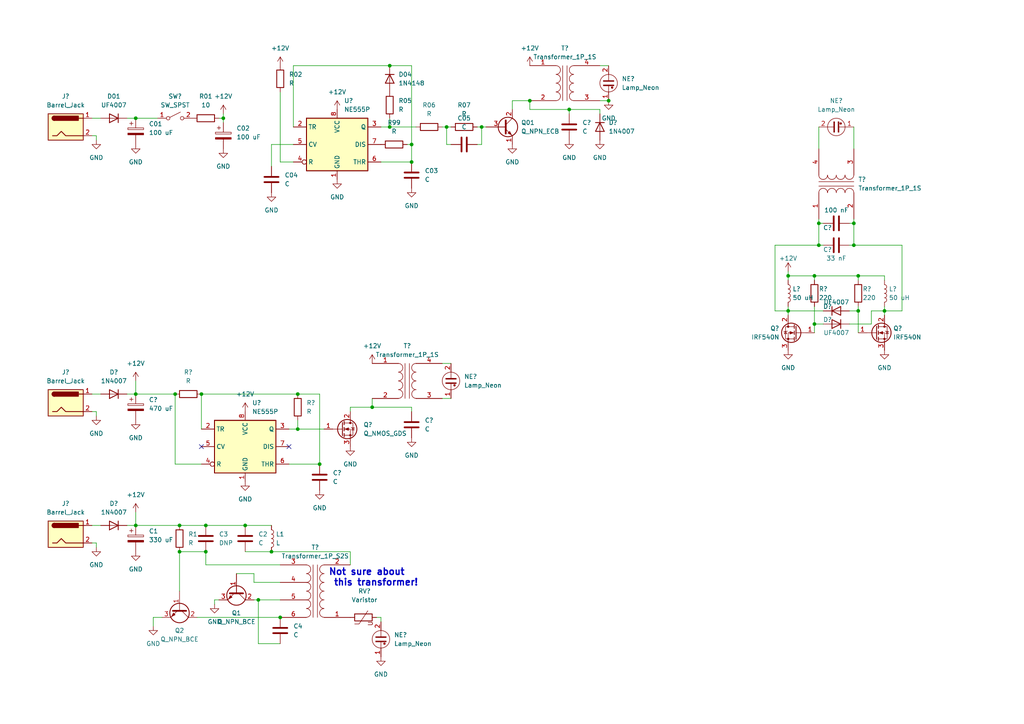
<source format=kicad_sch>
(kicad_sch (version 20211123) (generator eeschema)
  (paper "A4")
  (lib_symbols
    (symbol "Connector:Barrel_Jack" (pin_names (offset 1.016))
      (property "Reference" "J" (at 0 5.334 0))
      (property "Value" "Barrel_Jack" (at 0 -5.08 0))
      (symbol "Barrel_Jack_0_1"
        (rectangle (start -5.08 3.81) (end 5.08 -3.81) (stroke (width 0.254)) (fill (type background)))
        (arc (start -3.302 3.175) (mid -3.937 2.54) (end -3.302 1.905) (stroke (width 0.254)))
        (arc (start -3.302 3.175) (mid -3.937 2.54) (end -3.302 1.905) (stroke (width 0.254)) (fill (type outline)))
        (polyline (pts (xy 5.08 2.54) (xy 3.81 2.54)) (stroke (width 0.254)))
        (polyline (pts (xy -3.81 -2.54) (xy -2.54 -2.54) (xy -1.27 -1.27) (xy 0 -2.54) (xy 2.54 -2.54) (xy 5.08 -2.54)) (stroke (width 0.254)))
        (rectangle (start 3.683 3.175) (end -3.302 1.905) (stroke (width 0.254)) (fill (type outline)))
      )
      (symbol "Barrel_Jack_1_1"
        (pin passive line (at 7.62 2.54 180) (length 2.54) (name "~") (number "1"))
        (pin passive line (at 7.62 -2.54 180) (length 2.54) (name "~") (number "2"))
      )
    )
    (symbol "Device:C" (pin_numbers hide) (pin_names (offset 0.254))
      (property "Reference" "C" (at 0.635 2.54 0))
      (property "Value" "C" (at 0.635 -2.54 0))
      (symbol "C_0_1"
        (polyline (pts (xy -2.032 -0.762) (xy 2.032 -0.762)) (stroke (width 0.508)))
        (polyline (pts (xy -2.032 0.762) (xy 2.032 0.762)) (stroke (width 0.508)))
      )
      (symbol "C_1_1"
        (pin passive line (at 0 3.81 270) (length 2.794) (name "~") (number "1"))
        (pin passive line (at 0 -3.81 90) (length 2.794) (name "~") (number "2"))
      )
    )
    (symbol "Device:C_Polarized" (pin_numbers hide) (pin_names (offset 0.254))
      (property "Reference" "C" (at 0.635 2.54 0))
      (property "Value" "C_Polarized" (at 0.635 -2.54 0))
      (symbol "C_Polarized_0_1"
        (rectangle (start -2.286 0.508) (end 2.286 1.016))
        (polyline (pts (xy -1.778 2.286) (xy -0.762 2.286)))
        (polyline (pts (xy -1.27 2.794) (xy -1.27 1.778)))
        (rectangle (start 2.286 -0.508) (end -2.286 -1.016) (fill (type outline)))
      )
      (symbol "C_Polarized_1_1"
        (pin passive line (at 0 3.81 270) (length 2.794) (name "~") (number "1"))
        (pin passive line (at 0 -3.81 90) (length 2.794) (name "~") (number "2"))
      )
    )
    (symbol "Device:L" (pin_numbers hide) (pin_names (offset 1.016) hide)
      (property "Reference" "L" (at -1.27 0 90))
      (property "Value" "L" (at 1.905 0 90))
      (symbol "L_0_1"
        (arc (start 0 -2.54) (mid 0.635 -1.905) (end 0 -1.27))
        (arc (start 0 -1.27) (mid 0.635 -0.635) (end 0 0))
        (arc (start 0 0) (mid 0.635 0.635) (end 0 1.27))
        (arc (start 0 1.27) (mid 0.635 1.905) (end 0 2.54))
      )
      (symbol "L_1_1"
        (pin passive line (at 0 3.81 270) (length 1.27) (name "1") (number "1"))
        (pin passive line (at 0 -3.81 90) (length 1.27) (name "2") (number "2"))
      )
    )
    (symbol "Device:Lamp_Neon" (pin_names (offset 0.0254) hide)
      (property "Reference" "NE" (at 0.635 3.81 0))
      (property "Value" "Lamp_Neon" (at 0.635 -3.81 0))
      (symbol "Lamp_Neon_0_1"
        (rectangle (start -1.524 -0.508) (end 1.524 -0.762) (fill (type outline)))
        (rectangle (start -1.524 0.762) (end 1.524 0.508) (fill (type outline)))
        (polyline (pts (xy 0 -2.54) (xy 0 -0.762)))
        (polyline (pts (xy 0 0.762) (xy 0 2.54)))
        (circle (center 0 0) (radius 2.54))
        (circle (center 1.016 -1.27) (radius 0.254) (fill (type outline)))
      )
      (symbol "Lamp_Neon_1_1"
        (pin passive line (at 0 -5.08 90) (length 2.54) (name "~") (number "1"))
        (pin passive line (at 0 5.08 270) (length 2.54) (name "~") (number "2"))
      )
    )
    (symbol "Device:Q_NMOS_GDS" (pin_names (offset 0) hide)
      (property "Reference" "Q" (at 5.08 1.27 0))
      (property "Value" "Q_NMOS_GDS" (at 5.08 -1.27 0))
      (symbol "Q_NMOS_GDS_0_1"
        (polyline (pts (xy 0.254 0) (xy -2.54 0)))
        (polyline (pts (xy 0.254 1.905) (xy 0.254 -1.905)) (stroke (width 0.254)))
        (polyline (pts (xy 0.762 -1.27) (xy 0.762 -2.286)) (stroke (width 0.254)))
        (polyline (pts (xy 0.762 0.508) (xy 0.762 -0.508)) (stroke (width 0.254)))
        (polyline (pts (xy 0.762 2.286) (xy 0.762 1.27)) (stroke (width 0.254)))
        (polyline (pts (xy 2.54 2.54) (xy 2.54 1.778)))
        (polyline (pts (xy 2.54 -2.54) (xy 2.54 0) (xy 0.762 0)))
        (polyline (pts (xy 0.762 -1.778) (xy 3.302 -1.778) (xy 3.302 1.778) (xy 0.762 1.778)))
        (polyline (pts (xy 1.016 0) (xy 2.032 0.381) (xy 2.032 -0.381) (xy 1.016 0)) (fill (type outline)))
        (polyline (pts (xy 2.794 0.508) (xy 2.921 0.381) (xy 3.683 0.381) (xy 3.81 0.254)))
        (polyline (pts (xy 3.302 0.381) (xy 2.921 -0.254) (xy 3.683 -0.254) (xy 3.302 0.381)))
        (circle (center 1.651 0) (radius 2.794) (stroke (width 0.254)))
        (circle (center 2.54 -1.778) (radius 0.254) (fill (type outline)))
        (circle (center 2.54 1.778) (radius 0.254) (fill (type outline)))
      )
      (symbol "Q_NMOS_GDS_1_1"
        (pin input line (at -5.08 0 0) (length 2.54) (name "G") (number "1"))
        (pin passive line (at 2.54 5.08 270) (length 2.54) (name "D") (number "2"))
        (pin passive line (at 2.54 -5.08 90) (length 2.54) (name "S") (number "3"))
      )
    )
    (symbol "Device:Q_NPN_BCE" (pin_names (offset 0) hide)
      (property "Reference" "Q" (at 5.08 1.27 0))
      (property "Value" "Q_NPN_BCE" (at 5.08 -1.27 0))
      (symbol "Q_NPN_BCE_0_1"
        (polyline (pts (xy 0.635 0.635) (xy 2.54 2.54)))
        (polyline (pts (xy 0.635 -0.635) (xy 2.54 -2.54) (xy 2.54 -2.54)))
        (polyline (pts (xy 0.635 1.905) (xy 0.635 -1.905) (xy 0.635 -1.905)) (stroke (width 0.508)))
        (polyline (pts (xy 1.27 -1.778) (xy 1.778 -1.27) (xy 2.286 -2.286) (xy 1.27 -1.778) (xy 1.27 -1.778)) (fill (type outline)))
        (circle (center 1.27 0) (radius 2.8194) (stroke (width 0.254)))
      )
      (symbol "Q_NPN_BCE_1_1"
        (pin input line (at -5.08 0 0) (length 5.715) (name "B") (number "1"))
        (pin passive line (at 2.54 5.08 270) (length 2.54) (name "C") (number "2"))
        (pin passive line (at 2.54 -5.08 90) (length 2.54) (name "E") (number "3"))
      )
    )
    (symbol "Device:Q_NPN_ECB" (pin_names (offset 0) hide)
      (property "Reference" "Q" (at 5.08 1.27 0))
      (property "Value" "Q_NPN_ECB" (at 5.08 -1.27 0))
      (symbol "Q_NPN_ECB_0_1"
        (polyline (pts (xy 0.635 0.635) (xy 2.54 2.54)))
        (polyline (pts (xy 0.635 -0.635) (xy 2.54 -2.54) (xy 2.54 -2.54)))
        (polyline (pts (xy 0.635 1.905) (xy 0.635 -1.905) (xy 0.635 -1.905)) (stroke (width 0.508)))
        (polyline (pts (xy 1.27 -1.778) (xy 1.778 -1.27) (xy 2.286 -2.286) (xy 1.27 -1.778) (xy 1.27 -1.778)) (fill (type outline)))
        (circle (center 1.27 0) (radius 2.8194) (stroke (width 0.254)))
      )
      (symbol "Q_NPN_ECB_1_1"
        (pin passive line (at 2.54 -5.08 90) (length 2.54) (name "E") (number "1"))
        (pin passive line (at 2.54 5.08 270) (length 2.54) (name "C") (number "2"))
        (pin passive line (at -5.08 0 0) (length 5.715) (name "B") (number "3"))
      )
    )
    (symbol "Device:R" (pin_numbers hide) (pin_names (offset 0))
      (property "Reference" "R" (at 2.032 0 90))
      (property "Value" "R" (at 0 0 90))
      (symbol "R_0_1"
        (rectangle (start -1.016 -2.54) (end 1.016 2.54) (stroke (width 0.254)))
      )
      (symbol "R_1_1"
        (pin passive line (at 0 3.81 270) (length 1.27) (name "~") (number "1"))
        (pin passive line (at 0 -3.81 90) (length 1.27) (name "~") (number "2"))
      )
    )
    (symbol "Device:Transformer_1P_1S" (pin_names (offset 1.016) hide)
      (property "Reference" "T" (at 0 6.35 0))
      (property "Value" "Transformer_1P_1S" (at 0 -7.62 0))
      (symbol "Transformer_1P_1S_0_1"
        (arc (start -2.54 -5.0546) (mid -1.6561 -4.6863) (end -1.27 -3.81))
        (arc (start -2.54 -2.5146) (mid -1.6561 -2.1463) (end -1.27 -1.27))
        (arc (start -2.54 0.0254) (mid -1.6561 0.3937) (end -1.27 1.27))
        (arc (start -2.54 2.5654) (mid -1.6561 2.9337) (end -1.27 3.81))
        (arc (start -1.27 -3.81) (mid -1.642 -2.912) (end -2.54 -2.54))
        (arc (start -1.27 -1.27) (mid -1.642 -0.372) (end -2.54 0))
        (arc (start -1.27 1.27) (mid -1.642 2.168) (end -2.54 2.54))
        (arc (start -1.27 3.81) (mid -1.642 4.708) (end -2.54 5.08))
        (polyline (pts (xy -0.635 5.08) (xy -0.635 -5.08)))
        (polyline (pts (xy 0.635 -5.08) (xy 0.635 5.08)))
        (arc (start 1.2954 -1.27) (mid 1.6599 -2.1501) (end 2.54 -2.5146))
        (arc (start 1.2954 1.27) (mid 1.6599 0.3899) (end 2.54 0.0254))
        (arc (start 1.2954 3.81) (mid 1.6599 2.9299) (end 2.54 2.5654))
        (arc (start 1.3208 -3.81) (mid 1.6853 -4.6901) (end 2.5654 -5.0546))
        (arc (start 2.54 0) (mid 1.6456 -0.3683) (end 1.2954 -1.27))
        (arc (start 2.54 2.54) (mid 1.6456 2.1717) (end 1.2954 1.27))
        (arc (start 2.54 5.08) (mid 1.6456 4.7117) (end 1.2954 3.81))
        (arc (start 2.5654 -2.54) (mid 1.671 -2.9083) (end 1.3208 -3.81))
      )
      (symbol "Transformer_1P_1S_1_1"
        (pin passive line (at -10.16 5.08 0) (length 7.62) (name "AA") (number "1"))
        (pin passive line (at -10.16 -5.08 0) (length 7.62) (name "AB") (number "2"))
        (pin passive line (at 10.16 -5.08 180) (length 7.62) (name "SA") (number "3"))
        (pin passive line (at 10.16 5.08 180) (length 7.62) (name "SB") (number "4"))
      )
    )
    (symbol "Device:Transformer_1P_S2S" (pin_names (offset 1.016) hide)
      (property "Reference" "T" (at 0 11.43 0))
      (property "Value" "Transformer_1P_S2S" (at 0 -7.62 0))
      (symbol "Transformer_1P_S2S_0_1"
        (arc (start -2.54 -5.0546) (mid -1.6561 -4.6863) (end -1.27 -3.81))
        (arc (start -2.54 -2.5146) (mid -1.6561 -2.1463) (end -1.27 -1.27))
        (arc (start -2.54 0.0254) (mid -1.6561 0.3937) (end -1.27 1.27))
        (arc (start -2.54 2.5654) (mid -1.6561 2.9337) (end -1.27 3.81))
        (arc (start -2.5215 5.0609) (mid -1.6376 5.4292) (end -1.2515 6.3055))
        (arc (start -2.5215 7.6009) (mid -1.6376 7.9692) (end -1.2515 8.8455))
        (arc (start -1.27 -3.81) (mid -1.642 -2.912) (end -2.54 -2.54))
        (arc (start -1.27 -1.27) (mid -1.642 -0.372) (end -2.54 0))
        (arc (start -1.27 1.27) (mid -1.642 2.168) (end -2.54 2.54))
        (arc (start -1.27 3.81) (mid -1.642 4.708) (end -2.54 5.08))
        (arc (start -1.2515 6.3055) (mid -1.6235 7.2035) (end -2.5215 7.5755))
        (arc (start -1.2515 8.8455) (mid -1.6235 9.7435) (end -2.5215 10.1155))
        (polyline (pts (xy -0.635 10.16) (xy -0.635 -5.08)))
        (polyline (pts (xy 0.635 -5.08) (xy 0.635 10.16)))
        (arc (start 1.2954 -1.27) (mid 1.6599 -2.1501) (end 2.54 -2.5146))
        (arc (start 1.2954 1.27) (mid 1.6599 0.3899) (end 2.54 0.0254))
        (arc (start 1.2954 3.81) (mid 1.6599 2.9299) (end 2.54 2.5654))
        (arc (start 1.3129 6.3077) (mid 1.6774 5.4276) (end 2.5575 5.0631))
        (arc (start 1.3129 8.8477) (mid 1.6774 7.9676) (end 2.5575 7.6031))
        (arc (start 1.3208 -3.81) (mid 1.6853 -4.6901) (end 2.5654 -5.0546))
        (arc (start 2.54 0) (mid 1.6456 -0.3683) (end 1.2954 -1.27))
        (arc (start 2.54 2.54) (mid 1.6456 2.1717) (end 1.2954 1.27))
        (arc (start 2.54 5.08) (mid 1.6456 4.7117) (end 1.2954 3.81))
        (arc (start 2.5575 7.5777) (mid 1.6631 7.2094) (end 1.3129 6.3077))
        (arc (start 2.5575 10.1177) (mid 1.6631 9.7494) (end 1.3129 8.8477))
        (arc (start 2.5654 -2.54) (mid 1.671 -2.9083) (end 1.3208 -3.81))
      )
      (symbol "Transformer_1P_S2S_1_1"
        (pin passive line (at -10.16 10.16 0) (length 7.62) (name "AA") (number "1"))
        (pin passive line (at -10.16 -5.08 0) (length 7.62) (name "AB") (number "2"))
        (pin passive line (at 10.16 -5.08 180) (length 7.62) (name "SA") (number "3"))
        (pin passive line (at 10.16 0 180) (length 7.62) (name "SC") (number "4"))
        (pin passive line (at 10.16 5.08 180) (length 7.62) (name "SB") (number "5"))
        (pin passive line (at 10.16 10.16 180) (length 7.62) (name "SB") (number "6"))
      )
    )
    (symbol "Device:Varistor" (pin_numbers hide) (pin_names (offset 0))
      (property "Reference" "RV" (at 3.175 0 90))
      (property "Value" "Varistor" (at -3.175 0 90))
      (symbol "Varistor_0_0"
        (text "U" (at -1.778 -2.032 0) (effects (font (size 1.27 1.27))))
      )
      (symbol "Varistor_0_1"
        (rectangle (start -1.016 -2.54) (end 1.016 2.54) (stroke (width 0.254)))
        (polyline (pts (xy -1.905 2.54) (xy -1.905 1.27) (xy 1.905 -1.27)))
      )
      (symbol "Varistor_1_1"
        (pin passive line (at 0 3.81 270) (length 1.27) (name "~") (number "1"))
        (pin passive line (at 0 -3.81 90) (length 1.27) (name "~") (number "2"))
      )
    )
    (symbol "Diode:1N4007" (pin_numbers hide) (pin_names (offset 1.016) hide)
      (property "Reference" "D" (at 0 2.54 0))
      (property "Value" "1N4007" (at 0 -2.54 0))
      (symbol "1N4007_0_1"
        (polyline (pts (xy -1.27 1.27) (xy -1.27 -1.27)) (stroke (width 0.254)))
        (polyline (pts (xy 1.27 0) (xy -1.27 0)))
        (polyline (pts (xy 1.27 1.27) (xy 1.27 -1.27) (xy -1.27 0) (xy 1.27 1.27)) (stroke (width 0.254)))
      )
      (symbol "1N4007_1_1"
        (pin passive line (at -3.81 0 0) (length 2.54) (name "K") (number "1"))
        (pin passive line (at 3.81 0 180) (length 2.54) (name "A") (number "2"))
      )
    )
    (symbol "Switch:SW_SPST" (pin_names (offset 0) hide)
      (property "Reference" "SW" (at 0 3.175 0))
      (property "Value" "SW_SPST" (at 0 -2.54 0))
      (symbol "SW_SPST_0_0"
        (circle (center -2.032 0) (radius 0.508))
        (polyline (pts (xy -1.524 0.254) (xy 1.524 1.778)))
        (circle (center 2.032 0) (radius 0.508))
      )
      (symbol "SW_SPST_1_1"
        (pin passive line (at -5.08 0 0) (length 2.54) (name "A") (number "1"))
        (pin passive line (at 5.08 0 180) (length 2.54) (name "B") (number "2"))
      )
    )
    (symbol "Timer:NE555P"
      (property "Reference" "U" (at -10.16 8.89 0))
      (property "Value" "NE555P" (at 2.54 8.89 0))
      (symbol "NE555P_0_0"
        (pin power_in line (at 0 -10.16 90) (length 2.54) (name "GND") (number "1"))
        (pin power_in line (at 0 10.16 270) (length 2.54) (name "VCC") (number "8"))
      )
      (symbol "NE555P_0_1"
        (rectangle (start -8.89 -7.62) (end 8.89 7.62) (stroke (width 0.254)) (fill (type background)))
        (rectangle (start -8.89 -7.62) (end 8.89 7.62) (stroke (width 0.254)) (fill (type background)))
      )
      (symbol "NE555P_1_1"
        (pin input line (at -12.7 5.08 0) (length 3.81) (name "TR") (number "2"))
        (pin output line (at 12.7 5.08 180) (length 3.81) (name "Q") (number "3"))
        (pin input inverted (at -12.7 -5.08 0) (length 3.81) (name "R") (number "4"))
        (pin input line (at -12.7 0 0) (length 3.81) (name "CV") (number "5"))
        (pin input line (at 12.7 -5.08 180) (length 3.81) (name "THR") (number "6"))
        (pin input line (at 12.7 0 180) (length 3.81) (name "DIS") (number "7"))
      )
    )
    (symbol "Transistor_FET:IRF540N" (pin_names hide)
      (property "Reference" "Q" (at 6.35 1.905 0))
      (property "Value" "IRF540N" (at 6.35 0 0))
      (symbol "IRF540N_0_1"
        (polyline (pts (xy 0.254 0) (xy -2.54 0)))
        (polyline (pts (xy 0.254 1.905) (xy 0.254 -1.905)) (stroke (width 0.254)))
        (polyline (pts (xy 0.762 -1.27) (xy 0.762 -2.286)) (stroke (width 0.254)))
        (polyline (pts (xy 0.762 0.508) (xy 0.762 -0.508)) (stroke (width 0.254)))
        (polyline (pts (xy 0.762 2.286) (xy 0.762 1.27)) (stroke (width 0.254)))
        (polyline (pts (xy 2.54 2.54) (xy 2.54 1.778)))
        (polyline (pts (xy 2.54 -2.54) (xy 2.54 0) (xy 0.762 0)))
        (polyline (pts (xy 0.762 -1.778) (xy 3.302 -1.778) (xy 3.302 1.778) (xy 0.762 1.778)))
        (polyline (pts (xy 1.016 0) (xy 2.032 0.381) (xy 2.032 -0.381) (xy 1.016 0)) (fill (type outline)))
        (polyline (pts (xy 2.794 0.508) (xy 2.921 0.381) (xy 3.683 0.381) (xy 3.81 0.254)))
        (polyline (pts (xy 3.302 0.381) (xy 2.921 -0.254) (xy 3.683 -0.254) (xy 3.302 0.381)))
        (circle (center 1.651 0) (radius 2.794) (stroke (width 0.254)))
        (circle (center 2.54 -1.778) (radius 0.254) (fill (type outline)))
        (circle (center 2.54 1.778) (radius 0.254) (fill (type outline)))
      )
      (symbol "IRF540N_1_1"
        (pin input line (at -5.08 0 0) (length 2.54) (name "G") (number "1"))
        (pin passive line (at 2.54 5.08 270) (length 2.54) (name "D") (number "2"))
        (pin passive line (at 2.54 -5.08 90) (length 2.54) (name "S") (number "3"))
      )
    )
    (symbol "power:+12V" (power) (pin_names (offset 0))
      (property "Value" "+12V" (at 0 3.556 0))
      (symbol "+12V_0_1"
        (polyline (pts (xy -0.762 1.27) (xy 0 2.54)))
        (polyline (pts (xy 0 0) (xy 0 2.54)))
        (polyline (pts (xy 0 2.54) (xy 0.762 1.27)))
      )
      (symbol "+12V_1_1"
        (pin power_in line (at 0 0 90) (length 0) hide (name "+12V") (number "1"))
      )
    )
    (symbol "power:GND" (power) (pin_names (offset 0))
      (property "Value" "GND" (at 0 -3.81 0))
      (symbol "GND_0_1"
        (polyline (pts (xy 0 0) (xy 0 -1.27) (xy 1.27 -1.27) (xy 0 -2.54) (xy -1.27 -1.27) (xy 0 -1.27)))
      )
      (symbol "GND_1_1"
        (pin power_in line (at 0 0 270) (length 0) hide (name "GND") (number "1"))
      )
    )
  )
  (junction (at 113.03 36.83))
  (junction (at 248.92 90.17))
  (junction (at 237.49 71.12))
  (junction (at 248.92 80.01))
  (junction (at 64.77 34.29))
  (junction (at 139.7 36.83))
  (junction (at 237.49 64.77))
  (junction (at 236.22 93.98))
  (junction (at 52.07 152.4))
  (junction (at 129.54 36.83))
  (junction (at 39.37 34.29))
  (junction (at 113.03 19.05))
  (junction (at 119.38 41.91))
  (junction (at 39.37 152.4))
  (junction (at 50.8 114.3))
  (junction (at 74.93 173.99))
  (junction (at 228.6 80.01))
  (junction (at 39.37 114.3))
  (junction (at 119.38 46.99))
  (junction (at 165.1 31.75))
  (junction (at 247.65 64.77))
  (junction (at 78.74 160.02))
  (junction (at 236.22 80.01))
  (junction (at 52.07 160.02))
  (junction (at 59.69 152.4))
  (junction (at 86.36 114.3))
  (junction (at 58.42 114.3))
  (junction (at 81.28 179.07))
  (junction (at 59.69 160.02))
  (junction (at 107.95 118.11))
  (junction (at 153.67 29.21))
  (junction (at 256.54 90.17))
  (junction (at 71.12 152.4))
  (junction (at 92.71 134.62))
  (junction (at 247.65 71.12))
  (junction (at 86.36 124.46))
  (junction (at 228.6 90.17))
  (junction (at 176.53 29.21))
  (no_connect (at 58.42 129.54))
  (no_connect (at 83.82 129.54))
  (wire (pts (xy 26.67 119.38) (xy 27.94 119.38)))
  (wire (pts (xy 68.58 166.37) (xy 73.66 166.37)))
  (wire (pts (xy 236.22 80.01) (xy 228.6 80.01)))
  (wire (pts (xy 237.49 71.12) (xy 224.79 71.12)))
  (wire (pts (xy 81.28 186.69) (xy 74.93 186.69)))
  (wire (pts (xy 153.67 29.21) (xy 153.67 31.75)))
  (wire (pts (xy 27.94 39.37) (xy 27.94 40.64)))
  (wire (pts (xy 64.77 34.29) (xy 64.77 35.56)))
  (wire (pts (xy 52.07 152.4) (xy 59.69 152.4)))
  (wire (pts (xy 39.37 152.4) (xy 39.37 148.59)))
  (wire (pts (xy 248.92 88.9) (xy 248.92 90.17)))
  (wire (pts (xy 85.09 19.05) (xy 85.09 36.83)))
  (wire (pts (xy 101.6 118.11) (xy 107.95 118.11)))
  (wire (pts (xy 92.71 114.3) (xy 92.71 134.62)))
  (wire (pts (xy 26.67 152.4) (xy 29.21 152.4)))
  (wire (pts (xy 138.43 36.83) (xy 139.7 36.83)))
  (wire (pts (xy 119.38 19.05) (xy 119.38 41.91)))
  (wire (pts (xy 224.79 71.12) (xy 224.79 90.17)))
  (wire (pts (xy 52.07 160.02) (xy 59.69 160.02)))
  (wire (pts (xy 236.22 93.98) (xy 238.76 93.98)))
  (wire (pts (xy 39.37 34.29) (xy 45.72 34.29)))
  (wire (pts (xy 39.37 114.3) (xy 39.37 110.49)))
  (wire (pts (xy 148.59 31.75) (xy 148.59 29.21)))
  (wire (pts (xy 74.93 173.99) (xy 81.28 173.99)))
  (wire (pts (xy 165.1 33.02) (xy 165.1 31.75)))
  (wire (pts (xy 85.09 46.99) (xy 81.28 46.99)))
  (wire (pts (xy 83.82 124.46) (xy 86.36 124.46)))
  (wire (pts (xy 62.23 175.26) (xy 62.23 173.99)))
  (wire (pts (xy 248.92 80.01) (xy 236.22 80.01)))
  (wire (pts (xy 129.54 36.83) (xy 130.81 36.83)))
  (wire (pts (xy 26.67 34.29) (xy 29.21 34.29)))
  (wire (pts (xy 73.66 166.37) (xy 73.66 168.91)))
  (wire (pts (xy 237.49 36.83) (xy 237.49 43.18)))
  (wire (pts (xy 165.1 31.75) (xy 153.67 31.75)))
  (wire (pts (xy 86.36 124.46) (xy 93.98 124.46)))
  (wire (pts (xy 58.42 114.3) (xy 86.36 114.3)))
  (wire (pts (xy 173.99 29.21) (xy 176.53 29.21)))
  (wire (pts (xy 246.38 71.12) (xy 247.65 71.12)))
  (wire (pts (xy 78.74 160.02) (xy 71.12 160.02)))
  (wire (pts (xy 256.54 81.28) (xy 256.54 80.01)))
  (wire (pts (xy 248.92 81.28) (xy 248.92 80.01)))
  (wire (pts (xy 26.67 157.48) (xy 27.94 157.48)))
  (wire (pts (xy 252.73 93.98) (xy 252.73 90.17)))
  (wire (pts (xy 44.45 179.07) (xy 46.99 179.07)))
  (wire (pts (xy 130.81 41.91) (xy 129.54 41.91)))
  (wire (pts (xy 119.38 41.91) (xy 119.38 46.99)))
  (wire (pts (xy 85.09 19.05) (xy 113.03 19.05)))
  (wire (pts (xy 26.67 114.3) (xy 29.21 114.3)))
  (wire (pts (xy 252.73 90.17) (xy 256.54 90.17)))
  (wire (pts (xy 81.28 163.83) (xy 59.69 163.83)))
  (wire (pts (xy 128.27 36.83) (xy 129.54 36.83)))
  (wire (pts (xy 256.54 88.9) (xy 256.54 90.17)))
  (wire (pts (xy 119.38 118.11) (xy 107.95 118.11)))
  (wire (pts (xy 236.22 81.28) (xy 236.22 80.01)))
  (wire (pts (xy 248.92 90.17) (xy 248.92 96.52)))
  (wire (pts (xy 247.65 63.5) (xy 247.65 64.77)))
  (wire (pts (xy 71.12 152.4) (xy 78.74 152.4)))
  (wire (pts (xy 63.5 34.29) (xy 64.77 34.29)))
  (wire (pts (xy 246.38 64.77) (xy 247.65 64.77)))
  (wire (pts (xy 173.99 31.75) (xy 165.1 31.75)))
  (wire (pts (xy 39.37 152.4) (xy 52.07 152.4)))
  (wire (pts (xy 128.27 115.57) (xy 130.81 115.57)))
  (wire (pts (xy 62.23 173.99) (xy 63.5 173.99)))
  (wire (pts (xy 78.74 41.91) (xy 78.74 48.26)))
  (wire (pts (xy 118.11 41.91) (xy 119.38 41.91)))
  (wire (pts (xy 109.22 179.07) (xy 110.49 179.07)))
  (wire (pts (xy 247.65 71.12) (xy 261.62 71.12)))
  (wire (pts (xy 173.99 33.02) (xy 173.99 31.75)))
  (wire (pts (xy 246.38 90.17) (xy 248.92 90.17)))
  (wire (pts (xy 52.07 160.02) (xy 52.07 171.45)))
  (wire (pts (xy 110.49 36.83) (xy 113.03 36.83)))
  (wire (pts (xy 246.38 93.98) (xy 252.73 93.98)))
  (wire (pts (xy 247.65 64.77) (xy 247.65 71.12)))
  (wire (pts (xy 85.09 41.91) (xy 78.74 41.91)))
  (wire (pts (xy 64.77 34.29) (xy 64.77 33.02)))
  (wire (pts (xy 148.59 29.21) (xy 153.67 29.21)))
  (wire (pts (xy 237.49 63.5) (xy 237.49 64.77)))
  (wire (pts (xy 36.83 114.3) (xy 39.37 114.3)))
  (wire (pts (xy 101.6 163.83) (xy 101.6 160.02)))
  (wire (pts (xy 92.71 134.62) (xy 83.82 134.62)))
  (wire (pts (xy 73.66 173.99) (xy 74.93 173.99)))
  (wire (pts (xy 44.45 181.61) (xy 44.45 179.07)))
  (wire (pts (xy 107.95 115.57) (xy 107.95 118.11)))
  (wire (pts (xy 247.65 36.83) (xy 247.65 43.18)))
  (wire (pts (xy 36.83 152.4) (xy 39.37 152.4)))
  (wire (pts (xy 228.6 80.01) (xy 228.6 81.28)))
  (wire (pts (xy 73.66 168.91) (xy 81.28 168.91)))
  (wire (pts (xy 113.03 36.83) (xy 120.65 36.83)))
  (wire (pts (xy 224.79 90.17) (xy 228.6 90.17)))
  (wire (pts (xy 113.03 19.05) (xy 119.38 19.05)))
  (wire (pts (xy 57.15 179.07) (xy 81.28 179.07)))
  (wire (pts (xy 58.42 124.46) (xy 58.42 114.3)))
  (wire (pts (xy 119.38 119.38) (xy 119.38 118.11)))
  (wire (pts (xy 86.36 124.46) (xy 86.36 121.92)))
  (wire (pts (xy 110.49 179.07) (xy 110.49 180.34)))
  (wire (pts (xy 228.6 88.9) (xy 228.6 90.17)))
  (wire (pts (xy 236.22 88.9) (xy 236.22 93.98)))
  (wire (pts (xy 50.8 134.62) (xy 58.42 134.62)))
  (wire (pts (xy 238.76 71.12) (xy 237.49 71.12)))
  (wire (pts (xy 228.6 90.17) (xy 238.76 90.17)))
  (wire (pts (xy 81.28 46.99) (xy 81.28 26.67)))
  (wire (pts (xy 39.37 114.3) (xy 50.8 114.3)))
  (wire (pts (xy 173.99 19.05) (xy 176.53 19.05)))
  (wire (pts (xy 261.62 71.12) (xy 261.62 90.17)))
  (wire (pts (xy 256.54 80.01) (xy 248.92 80.01)))
  (wire (pts (xy 26.67 39.37) (xy 27.94 39.37)))
  (wire (pts (xy 27.94 157.48) (xy 27.94 158.75)))
  (wire (pts (xy 86.36 114.3) (xy 92.71 114.3)))
  (wire (pts (xy 138.43 41.91) (xy 139.7 41.91)))
  (wire (pts (xy 59.69 152.4) (xy 71.12 152.4)))
  (wire (pts (xy 128.27 105.41) (xy 130.81 105.41)))
  (wire (pts (xy 101.6 160.02) (xy 78.74 160.02)))
  (wire (pts (xy 50.8 134.62) (xy 50.8 114.3)))
  (wire (pts (xy 59.69 163.83) (xy 59.69 160.02)))
  (wire (pts (xy 256.54 90.17) (xy 256.54 91.44)))
  (wire (pts (xy 236.22 93.98) (xy 236.22 96.52)))
  (wire (pts (xy 101.6 119.38) (xy 101.6 118.11)))
  (wire (pts (xy 139.7 36.83) (xy 140.97 36.83)))
  (wire (pts (xy 129.54 41.91) (xy 129.54 36.83)))
  (wire (pts (xy 36.83 34.29) (xy 39.37 34.29)))
  (wire (pts (xy 261.62 90.17) (xy 256.54 90.17)))
  (wire (pts (xy 119.38 46.99) (xy 110.49 46.99)))
  (wire (pts (xy 27.94 119.38) (xy 27.94 120.65)))
  (wire (pts (xy 237.49 64.77) (xy 238.76 64.77)))
  (wire (pts (xy 237.49 64.77) (xy 237.49 71.12)))
  (wire (pts (xy 228.6 78.74) (xy 228.6 80.01)))
  (wire (pts (xy 139.7 41.91) (xy 139.7 36.83)))
  (wire (pts (xy 74.93 186.69) (xy 74.93 173.99)))
  (wire (pts (xy 228.6 90.17) (xy 228.6 91.44)))
  (wire (pts (xy 113.03 36.83) (xy 113.03 34.29)))
  (text "Not sure about\n this transformer!" (at 95.25 170.18 0) (effects (font (size 1.905 1.905) (thickness 0.381) bold) (justify left bottom)))
  (symbol (lib_id "Device:R") (at 134.62 36.83 270) (unit 1)
    (property "Reference" "R07" (at 134.62 30.48 90))
    (property "Value" "R" (at 134.62 33.02 90))
  )
  (symbol (lib_id "Transistor_FET:IRF540N") (at 254 96.52 0) (unit 1)
    (property "Reference" "Q?" (at 259.08 95.25 0) (effects (justify left)))
    (property "Value" "IRF540N" (at 259.08 97.79 0) (effects (justify left)))
    (property "Footprint" "Package_TO_SOT_THT:TO-220-3_Vertical" (effects hide))
    (property "Datasheet" "http://www.irf.com/product-info/datasheets/data/irf540n.pdf" (effects hide))
  )
  (symbol (lib_id "power:GND") (at 101.6 129.54 0) (unit 1)
    (property "Reference" "#PWR?" (effects hide))
    (property "Value" "GND" (at 101.6 134.62 0))
  )
  (symbol (lib_id "Device:Q_NPN_BCE") (at 68.58 171.45 270) (unit 1)
    (property "Reference" "Q1" (at 68.58 177.8 90))
    (property "Value" "Q_NPN_BCE" (at 68.58 180.34 90))
  )
  (symbol (lib_id "Device:C") (at 59.69 156.21 0) (unit 1)
    (property "Reference" "C3" (at 63.5 154.9399 0) (effects (justify left)))
    (property "Value" "DNP" (at 63.5 157.4799 0) (effects (justify left)))
  )
  (symbol (lib_id "power:+12V") (at 153.67 19.05 0) (unit 1)
    (property "Reference" "#PWR?" (effects hide))
    (property "Value" "+12V" (at 153.67 13.97 0))
  )
  (symbol (lib_id "Device:Lamp_Neon") (at 130.81 110.49 0) (unit 1)
    (property "Reference" "NE?" (at 134.62 109.2199 0) (effects (justify left)))
    (property "Value" "Lamp_Neon" (at 134.62 111.7599 0) (effects (justify left)))
  )
  (symbol (lib_id "power:GND") (at 78.74 55.88 0) (unit 1)
    (property "Reference" "#PWR?" (effects hide))
    (property "Value" "GND" (at 78.74 60.96 0))
  )
  (symbol (lib_id "Device:Transformer_1P_1S") (at 242.57 53.34 90) (unit 1)
    (property "Reference" "T?" (at 248.92 52.0572 90) (effects (justify right)))
    (property "Value" "Transformer_1P_1S" (at 248.92 54.5972 90) (effects (justify right)))
  )
  (symbol (lib_id "Connector:Barrel_Jack") (at 19.05 116.84 0) (unit 1)
    (property "Reference" "J?" (at 19.05 107.95 0))
    (property "Value" "Barrel_Jack" (at 19.05 110.49 0))
  )
  (symbol (lib_id "power:GND") (at 27.94 120.65 0) (unit 1)
    (property "Reference" "#PWR?" (effects hide))
    (property "Value" "GND" (at 27.94 125.73 0))
  )
  (symbol (lib_id "power:GND") (at 148.59 41.91 0) (unit 1)
    (property "Reference" "#PWR?" (effects hide))
    (property "Value" "GND" (at 148.59 46.99 0))
  )
  (symbol (lib_id "power:+12V") (at 81.28 19.05 0) (unit 1)
    (property "Reference" "#PWR?" (effects hide))
    (property "Value" "+12V" (at 81.28 13.97 0))
  )
  (symbol (lib_id "power:GND") (at 228.6 101.6 0) (unit 1)
    (property "Reference" "#PWR?" (effects hide))
    (property "Value" "GND" (at 228.6 106.68 0))
  )
  (symbol (lib_id "Diode:1N4007") (at 242.57 93.98 180) (unit 1)
    (property "Reference" "D?" (at 240.03 92.71 0))
    (property "Value" "UF4007" (at 242.57 96.52 0))
    (property "Footprint" "Diode_THT:D_DO-41_SOD81_P10.16mm_Horizontal" (effects hide))
    (property "Datasheet" "http://www.vishay.com/docs/88503/1n4001.pdf" (effects hide))
  )
  (symbol (lib_id "Device:C") (at 242.57 64.77 90) (unit 1)
    (property "Reference" "C?" (at 240.03 66.04 90))
    (property "Value" "100 nF" (at 242.57 60.96 90))
  )
  (symbol (lib_id "Device:C") (at 92.71 138.43 0) (unit 1)
    (property "Reference" "C?" (at 96.52 137.1599 0) (effects (justify left)))
    (property "Value" "C" (at 96.52 139.6999 0) (effects (justify left)))
  )
  (symbol (lib_id "Device:C_Polarized") (at 39.37 118.11 0) (unit 1)
    (property "Reference" "C?" (at 43.18 115.9509 0) (effects (justify left)))
    (property "Value" "470 uF" (at 43.18 118.4909 0) (effects (justify left)))
  )
  (symbol (lib_id "Device:C") (at 165.1 36.83 0) (unit 1)
    (property "Reference" "C?" (at 168.91 35.5599 0) (effects (justify left)))
    (property "Value" "C" (at 168.91 38.0999 0) (effects (justify left)))
  )
  (symbol (lib_id "Device:C_Polarized") (at 64.77 39.37 0) (unit 1)
    (property "Reference" "C02" (at 68.58 37.2109 0) (effects (justify left)))
    (property "Value" "100 uF" (at 68.58 39.7509 0) (effects (justify left)))
  )
  (symbol (lib_id "power:GND") (at 119.38 54.61 0) (unit 1)
    (property "Reference" "#PWR?" (effects hide))
    (property "Value" "GND" (at 119.38 59.69 0))
  )
  (symbol (lib_id "Device:Q_NPN_ECB") (at 146.05 36.83 0) (unit 1)
    (property "Reference" "Q01" (at 151.13 35.5599 0) (effects (justify left)))
    (property "Value" "Q_NPN_ECB" (at 151.13 38.0999 0) (effects (justify left)))
  )
  (symbol (lib_id "power:GND") (at 27.94 158.75 0) (unit 1)
    (property "Reference" "#PWR?" (effects hide))
    (property "Value" "GND" (at 27.94 163.83 0))
  )
  (symbol (lib_id "power:GND") (at 92.71 142.24 0) (unit 1)
    (property "Reference" "#PWR?" (effects hide))
    (property "Value" "GND" (at 92.71 147.32 0))
  )
  (symbol (lib_id "Diode:1N4007") (at 33.02 114.3 180) (unit 1)
    (property "Reference" "D?" (at 33.02 107.95 0))
    (property "Value" "1N4007" (at 33.02 110.49 0))
    (property "Footprint" "Diode_THT:D_DO-41_SOD81_P10.16mm_Horizontal" (effects hide))
    (property "Datasheet" "http://www.vishay.com/docs/88503/1n4001.pdf" (effects hide))
  )
  (symbol (lib_id "Timer:NE555P") (at 71.12 129.54 0) (unit 1)
    (property "Reference" "U?" (at 73.1394 116.84 0) (effects (justify left)))
    (property "Value" "NE555P" (at 73.1394 119.38 0) (effects (justify left)))
    (property "Footprint" "Package_DIP:DIP-8_W7.62mm" (effects hide))
    (property "Datasheet" "http://www.ti.com/lit/ds/symlink/ne555.pdf" (effects hide))
  )
  (symbol (lib_id "Diode:1N4007") (at 113.03 22.86 270) (unit 1)
    (property "Reference" "D04" (at 115.57 21.5899 90) (effects (justify left)))
    (property "Value" "1N4148" (at 115.57 24.1299 90) (effects (justify left)))
    (property "Footprint" "Diode_THT:D_DO-41_SOD81_P10.16mm_Horizontal" (effects hide))
    (property "Datasheet" "http://www.vishay.com/docs/88503/1n4001.pdf" (effects hide))
  )
  (symbol (lib_id "Device:C_Polarized") (at 39.37 38.1 0) (unit 1)
    (property "Reference" "C01" (at 43.18 35.9409 0) (effects (justify left)))
    (property "Value" "100 uF" (at 43.18 38.4809 0) (effects (justify left)))
  )
  (symbol (lib_id "Connector:Barrel_Jack") (at 19.05 154.94 0) (unit 1)
    (property "Reference" "J?" (at 19.05 146.05 0))
    (property "Value" "Barrel_Jack" (at 19.05 148.59 0))
  )
  (symbol (lib_id "Device:R") (at 113.03 30.48 180) (unit 1)
    (property "Reference" "R05" (at 115.57 29.2099 0) (effects (justify right)))
    (property "Value" "R" (at 115.57 31.7499 0) (effects (justify right)))
  )
  (symbol (lib_id "Device:R") (at 248.92 85.09 0) (unit 1)
    (property "Reference" "R?" (at 250.19 83.82 0) (effects (justify left)))
    (property "Value" "220" (at 250.19 86.36 0) (effects (justify left)))
  )
  (symbol (lib_id "Device:Lamp_Neon") (at 110.49 185.42 0) (unit 1)
    (property "Reference" "NE?" (at 114.3 184.1499 0) (effects (justify left)))
    (property "Value" "Lamp_Neon" (at 114.3 186.6899 0) (effects (justify left)))
  )
  (symbol (lib_id "Device:Lamp_Neon") (at 176.53 24.13 0) (unit 1)
    (property "Reference" "NE?" (at 180.34 22.8599 0) (effects (justify left)))
    (property "Value" "Lamp_Neon" (at 180.34 25.3999 0) (effects (justify left)))
  )
  (symbol (lib_id "Diode:1N4007") (at 33.02 34.29 180) (unit 1)
    (property "Reference" "D01" (at 33.02 27.94 0))
    (property "Value" "UF4007" (at 33.02 30.48 0))
    (property "Footprint" "Diode_THT:D_DO-41_SOD81_P10.16mm_Horizontal" (effects hide))
    (property "Datasheet" "http://www.vishay.com/docs/88503/1n4001.pdf" (effects hide))
  )
  (symbol (lib_id "Device:C") (at 71.12 156.21 0) (unit 1)
    (property "Reference" "C2" (at 74.93 154.9399 0) (effects (justify left)))
    (property "Value" "C" (at 74.93 157.4799 0) (effects (justify left)))
  )
  (symbol (lib_id "power:GND") (at 110.49 190.5 0) (unit 1)
    (property "Reference" "#PWR?" (effects hide))
    (property "Value" "GND" (at 110.49 195.58 0))
  )
  (symbol (lib_id "Device:L") (at 228.6 85.09 0) (unit 1)
    (property "Reference" "L?" (at 229.87 83.8199 0) (effects (justify left)))
    (property "Value" "50 uH" (at 229.87 86.3599 0) (effects (justify left)))
  )
  (symbol (lib_id "power:GND") (at 39.37 160.02 0) (unit 1)
    (property "Reference" "#PWR?" (effects hide))
    (property "Value" "GND" (at 39.37 165.1 0))
  )
  (symbol (lib_id "power:GND") (at 27.94 40.64 0) (unit 1)
    (property "Reference" "#PWR?" (effects hide))
    (property "Value" "GND" (at 27.94 45.72 0))
  )
  (symbol (lib_id "Diode:1N4007") (at 173.99 36.83 270) (unit 1)
    (property "Reference" "D?" (at 176.53 35.5599 90) (effects (justify left)))
    (property "Value" "1N4007" (at 176.53 38.0999 90) (effects (justify left)))
    (property "Footprint" "Diode_THT:D_DO-41_SOD81_P10.16mm_Horizontal" (effects hide))
    (property "Datasheet" "http://www.vishay.com/docs/88503/1n4001.pdf" (effects hide))
  )
  (symbol (lib_id "power:GND") (at 39.37 41.91 0) (unit 1)
    (property "Reference" "#PWR?" (effects hide))
    (property "Value" "GND" (at 39.37 46.99 0))
  )
  (symbol (lib_id "power:+12V") (at 39.37 148.59 0) (unit 1)
    (property "Reference" "#PWR?" (effects hide))
    (property "Value" "+12V" (at 39.37 143.51 0))
  )
  (symbol (lib_id "Diode:1N4007") (at 33.02 152.4 180) (unit 1)
    (property "Reference" "D?" (at 33.02 146.05 0))
    (property "Value" "1N4007" (at 33.02 148.59 0))
    (property "Footprint" "Diode_THT:D_DO-41_SOD81_P10.16mm_Horizontal" (effects hide))
    (property "Datasheet" "http://www.vishay.com/docs/88503/1n4001.pdf" (effects hide))
  )
  (symbol (lib_id "power:GND") (at 119.38 127 0) (unit 1)
    (property "Reference" "#PWR?" (effects hide))
    (property "Value" "GND" (at 119.38 132.08 0))
  )
  (symbol (lib_id "Device:C") (at 134.62 41.91 90) (unit 1)
    (property "Reference" "C05" (at 134.62 34.29 90))
    (property "Value" "C" (at 134.62 36.83 90))
  )
  (symbol (lib_id "Device:R") (at 54.61 114.3 90) (unit 1)
    (property "Reference" "R?" (at 54.61 107.95 90))
    (property "Value" "R" (at 54.61 110.49 90))
  )
  (symbol (lib_id "Transistor_FET:IRF540N") (at 231.14 96.52 0) (mirror y) (unit 1)
    (property "Reference" "Q?" (at 226.06 95.25 0) (effects (justify left)))
    (property "Value" "IRF540N" (at 226.06 97.79 0) (effects (justify left)))
    (property "Footprint" "Package_TO_SOT_THT:TO-220-3_Vertical" (effects hide))
    (property "Datasheet" "http://www.irf.com/product-info/datasheets/data/irf540n.pdf" (effects hide))
  )
  (symbol (lib_id "Device:Lamp_Neon") (at 242.57 36.83 90) (unit 1)
    (property "Reference" "NE?" (at 242.57 29.21 90))
    (property "Value" "Lamp_Neon" (at 242.57 31.75 90))
  )
  (symbol (lib_id "power:GND") (at 256.54 101.6 0) (unit 1)
    (property "Reference" "#PWR?" (effects hide))
    (property "Value" "GND" (at 256.54 106.68 0))
  )
  (symbol (lib_id "power:+12V") (at 97.79 31.75 0) (unit 1)
    (property "Reference" "#PWR?" (effects hide))
    (property "Value" "+12V" (at 97.79 26.67 0))
  )
  (symbol (lib_id "Device:L") (at 78.74 156.21 0) (unit 1)
    (property "Reference" "L1" (at 80.01 154.9399 0) (effects (justify left)))
    (property "Value" "L" (at 80.01 157.4799 0) (effects (justify left)))
  )
  (symbol (lib_id "Device:Transformer_1P_1S") (at 118.11 110.49 0) (unit 1)
    (property "Reference" "T?" (at 118.1227 100.33 0))
    (property "Value" "Transformer_1P_1S" (at 118.1227 102.87 0))
  )
  (symbol (lib_id "Device:Q_NPN_BCE") (at 52.07 176.53 270) (unit 1)
    (property "Reference" "Q2" (at 52.07 182.88 90))
    (property "Value" "Q_NPN_BCE" (at 52.07 185.42 90))
  )
  (symbol (lib_id "Device:R") (at 52.07 156.21 0) (unit 1)
    (property "Reference" "R1" (at 54.61 154.9399 0) (effects (justify left)))
    (property "Value" "R" (at 54.61 157.4799 0) (effects (justify left)))
  )
  (symbol (lib_id "Device:C") (at 242.57 71.12 90) (unit 1)
    (property "Reference" "C?" (at 240.03 72.39 90))
    (property "Value" "33 nF" (at 242.57 74.93 90))
  )
  (symbol (lib_id "power:GND") (at 97.79 52.07 0) (unit 1)
    (property "Reference" "#PWR?" (effects hide))
    (property "Value" "GND" (at 97.79 57.15 0))
  )
  (symbol (lib_id "power:GND") (at 39.37 121.92 0) (unit 1)
    (property "Reference" "#PWR?" (effects hide))
    (property "Value" "GND" (at 39.37 127 0))
  )
  (symbol (lib_id "power:+12V") (at 39.37 110.49 0) (unit 1)
    (property "Reference" "#PWR?" (effects hide))
    (property "Value" "+12V" (at 39.37 105.41 0))
  )
  (symbol (lib_id "power:+12V") (at 71.12 119.38 0) (unit 1)
    (property "Reference" "#PWR?" (effects hide))
    (property "Value" "+12V" (at 71.12 114.3 0))
  )
  (symbol (lib_id "Device:Transformer_1P_S2S") (at 91.44 168.91 180) (unit 1)
    (property "Reference" "T?" (at 91.4273 158.75 0))
    (property "Value" "Transformer_1P_S2S" (at 91.4273 161.29 0))
  )
  (symbol (lib_id "Device:C") (at 119.38 50.8 0) (unit 1)
    (property "Reference" "C03" (at 123.19 49.5299 0) (effects (justify left)))
    (property "Value" "C" (at 123.19 52.0699 0) (effects (justify left)))
  )
  (symbol (lib_id "Device:C") (at 78.74 52.07 180) (unit 1)
    (property "Reference" "C04" (at 82.55 50.7999 0) (effects (justify right)))
    (property "Value" "C" (at 82.55 53.3399 0) (effects (justify right)))
  )
  (symbol (lib_id "Device:Transformer_1P_1S") (at 163.83 24.13 0) (unit 1)
    (property "Reference" "T?" (at 163.8427 13.97 0))
    (property "Value" "Transformer_1P_1S" (at 163.8427 16.51 0))
  )
  (symbol (lib_id "power:+12V") (at 228.6 78.74 0) (unit 1)
    (property "Reference" "#PWR?" (effects hide))
    (property "Value" "+12V" (at 228.6 74.93 0))
  )
  (symbol (lib_id "power:+12V") (at 107.95 105.41 0) (unit 1)
    (property "Reference" "#PWR?" (effects hide))
    (property "Value" "+12V" (at 107.95 100.33 0))
  )
  (symbol (lib_id "Device:C_Polarized") (at 39.37 156.21 0) (unit 1)
    (property "Reference" "C1" (at 43.18 154.0509 0) (effects (justify left)))
    (property "Value" "330 uF" (at 43.18 156.5909 0) (effects (justify left)))
  )
  (symbol (lib_id "Device:Q_NMOS_GDS") (at 99.06 124.46 0) (unit 1)
    (property "Reference" "Q?" (at 105.41 123.1899 0) (effects (justify left)))
    (property "Value" "Q_NMOS_GDS" (at 105.41 125.7299 0) (effects (justify left)))
  )
  (symbol (lib_id "Device:R") (at 86.36 118.11 180) (unit 1)
    (property "Reference" "R?" (at 88.9 116.8399 0) (effects (justify right)))
    (property "Value" "R" (at 88.9 119.3799 0) (effects (justify right)))
  )
  (symbol (lib_id "Device:Varistor") (at 105.41 179.07 90) (unit 1)
    (property "Reference" "RV?" (at 105.7228 171.45 90))
    (property "Value" "Varistor" (at 105.7228 173.99 90))
  )
  (symbol (lib_id "Device:C") (at 119.38 123.19 0) (unit 1)
    (property "Reference" "C?" (at 123.19 121.9199 0) (effects (justify left)))
    (property "Value" "C" (at 123.19 124.4599 0) (effects (justify left)))
  )
  (symbol (lib_id "Switch:SW_SPST") (at 50.8 34.29 0) (unit 1)
    (property "Reference" "SW?" (at 50.8 27.94 0))
    (property "Value" "SW_SPST" (at 50.8 30.48 0))
  )
  (symbol (lib_id "Connector:Barrel_Jack") (at 19.05 36.83 0) (unit 1)
    (property "Reference" "J?" (at 19.05 27.94 0))
    (property "Value" "Barrel_Jack" (at 19.05 30.48 0))
  )
  (symbol (lib_id "power:+12V") (at 64.77 33.02 0) (unit 1)
    (property "Reference" "#PWR?" (effects hide))
    (property "Value" "+12V" (at 64.77 27.94 0))
  )
  (symbol (lib_id "Device:R") (at 59.69 34.29 90) (unit 1)
    (property "Reference" "R01" (at 59.69 27.94 90))
    (property "Value" "10" (at 59.69 30.48 90))
  )
  (symbol (lib_id "power:GND") (at 165.1 40.64 0) (unit 1)
    (property "Reference" "#PWR?" (effects hide))
    (property "Value" "GND" (at 165.1 45.72 0))
  )
  (symbol (lib_id "Device:C") (at 81.28 182.88 0) (unit 1)
    (property "Reference" "C4" (at 85.09 181.6099 0) (effects (justify left)))
    (property "Value" "C" (at 85.09 184.1499 0) (effects (justify left)))
  )
  (symbol (lib_id "power:GND") (at 173.99 40.64 0) (unit 1)
    (property "Reference" "#PWR?" (effects hide))
    (property "Value" "GND" (at 173.99 45.72 0))
  )
  (symbol (lib_id "power:GND") (at 64.77 43.18 0) (unit 1)
    (property "Reference" "#PWR?" (effects hide))
    (property "Value" "GND" (at 64.77 48.26 0))
  )
  (symbol (lib_id "Timer:NE555P") (at 97.79 41.91 0) (unit 1)
    (property "Reference" "U?" (at 99.8094 29.21 0) (effects (justify left)))
    (property "Value" "NE555P" (at 99.8094 31.75 0) (effects (justify left)))
    (property "Footprint" "Package_DIP:DIP-8_W7.62mm" (effects hide))
    (property "Datasheet" "http://www.ti.com/lit/ds/symlink/ne555.pdf" (effects hide))
  )
  (symbol (lib_id "power:GND") (at 71.12 139.7 0) (unit 1)
    (property "Reference" "#PWR?" (effects hide))
    (property "Value" "GND" (at 71.12 144.78 0))
  )
  (symbol (lib_id "Device:R") (at 81.28 22.86 180) (unit 1)
    (property "Reference" "R02" (at 83.82 21.5899 0) (effects (justify right)))
    (property "Value" "R" (at 83.82 24.1299 0) (effects (justify right)))
  )
  (symbol (lib_id "Device:R") (at 236.22 85.09 0) (unit 1)
    (property "Reference" "R?" (at 237.49 83.82 0) (effects (justify left)))
    (property "Value" "220" (at 237.49 86.36 0) (effects (justify left)))
  )
  (symbol (lib_id "Device:R") (at 114.3 41.91 90) (unit 1)
    (property "Reference" "R99" (at 114.3 35.56 90))
    (property "Value" "R" (at 114.3 38.1 90))
  )
  (symbol (lib_id "Device:R") (at 124.46 36.83 270) (unit 1)
    (property "Reference" "R06" (at 124.46 30.48 90))
    (property "Value" "R" (at 124.46 33.02 90))
  )
  (symbol (lib_id "Device:L") (at 256.54 85.09 0) (unit 1)
    (property "Reference" "L?" (at 257.81 83.8199 0) (effects (justify left)))
    (property "Value" "50 uH" (at 257.81 86.3599 0) (effects (justify left)))
  )
  (symbol (lib_id "power:GND") (at 62.23 175.26 0) (unit 1)
    (property "Reference" "#PWR?" (effects hide))
    (property "Value" "GND" (at 62.23 180.34 0))
  )
  (symbol (lib_id "power:GND") (at 44.45 181.61 0) (unit 1)
    (property "Reference" "#PWR?" (effects hide))
    (property "Value" "GND" (at 44.45 186.69 0))
  )
  (symbol (lib_id "Diode:1N4007") (at 242.57 90.17 0) (unit 1)
    (property "Reference" "D?" (at 240.03 88.9 0))
    (property "Value" "UF4007" (at 242.57 87.63 0))
    (property "Footprint" "Diode_THT:D_DO-41_SOD81_P10.16mm_Horizontal" (effects hide))
    (property "Datasheet" "http://www.vishay.com/docs/88503/1n4001.pdf" (effects hide))
  )
  (symbol (lib_id "power:GND") (at 176.53 29.21 0) (unit 1)
    (property "Reference" "#PWR?" (effects hide))
    (property "Value" "GND" (at 176.53 34.29 0))
  )
)
</source>
